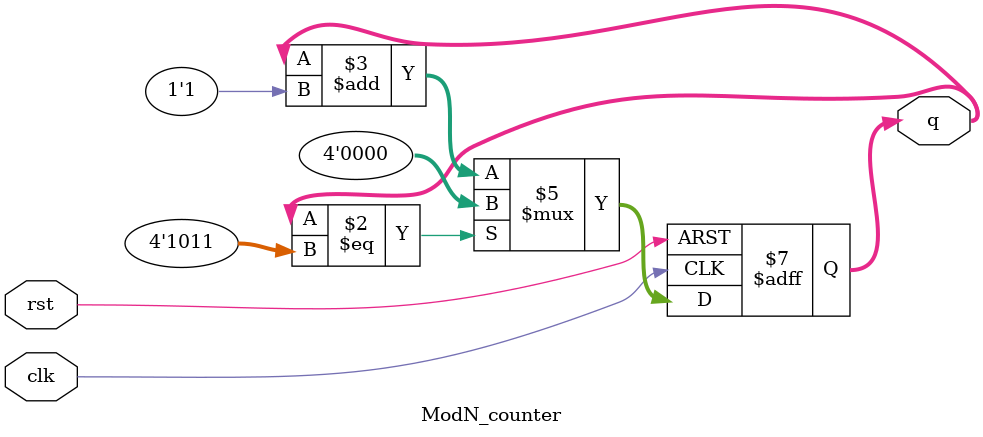
<source format=v>
module ModN_counter #(
parameter  integer w=4, 
parameter integer n=12
)(
input clk, rst,
output reg[w-1:0] q
);

always @(posedge clk or posedge rst) begin 
   if(rst) 
      q<= {w{1'b0}};
   else if(q == n-1)
      q<= {w{1'b0}};
   else 
      q<=q+1'b1;
end
endmodule

</source>
